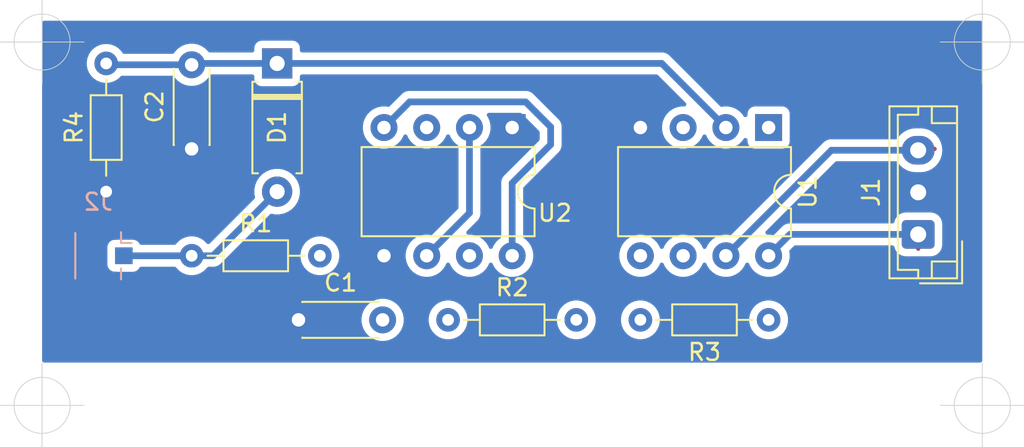
<source format=kicad_pcb>
(kicad_pcb (version 20171130) (host pcbnew "(5.1.5)-3")

  (general
    (thickness 1.6)
    (drawings 4)
    (tracks 23)
    (zones 0)
    (modules 11)
    (nets 10)
  )

  (page A4 portrait)
  (title_block
    (title "Bongo Soil Moisture Sensor")
    (rev 1.0)
    (company "Lapoulton (Pvt) Ltd")
  )

  (layers
    (0 F.Cu signal)
    (31 B.Cu signal)
    (33 F.Adhes user)
    (35 F.Paste user)
    (37 F.SilkS user)
    (38 B.Mask user)
    (39 F.Mask user)
    (40 Dwgs.User user)
    (41 Cmts.User user)
    (42 Eco1.User user)
    (43 Eco2.User user)
    (44 Edge.Cuts user)
    (45 Margin user)
    (46 B.CrtYd user)
    (47 F.CrtYd user)
    (49 F.Fab user)
  )

  (setup
    (last_trace_width 0.4)
    (trace_clearance 0.2)
    (zone_clearance 0.45)
    (zone_45_only no)
    (trace_min 0.2)
    (via_size 0.8)
    (via_drill 0.4)
    (via_min_size 0.4)
    (via_min_drill 0.3)
    (uvia_size 0.3)
    (uvia_drill 0.1)
    (uvias_allowed no)
    (uvia_min_size 0.2)
    (uvia_min_drill 0.1)
    (edge_width 0.05)
    (segment_width 0.2)
    (pcb_text_width 0.3)
    (pcb_text_size 1.5 1.5)
    (mod_edge_width 0.12)
    (mod_text_size 1 1)
    (mod_text_width 0.15)
    (pad_size 1.524 1.524)
    (pad_drill 0.762)
    (pad_to_mask_clearance 0.051)
    (solder_mask_min_width 0.25)
    (aux_axis_origin 36.83 55.88)
    (grid_origin 36.83 55.88)
    (visible_elements 7FFFFFFF)
    (pcbplotparams
      (layerselection 0x00000_fffffffe)
      (usegerberextensions false)
      (usegerberattributes false)
      (usegerberadvancedattributes false)
      (creategerberjobfile true)
      (excludeedgelayer true)
      (linewidth 0.100000)
      (plotframeref false)
      (viasonmask false)
      (mode 1)
      (useauxorigin true)
      (hpglpennumber 1)
      (hpglpenspeed 20)
      (hpglpendiameter 15.000000)
      (psnegative false)
      (psa4output false)
      (plotreference false)
      (plotvalue false)
      (plotinvisibletext false)
      (padsonsilk false)
      (subtractmaskfromsilk false)
      (outputformat 1)
      (mirror false)
      (drillshape 0)
      (scaleselection 1)
      (outputdirectory ""))
  )

  (net 0 "")
  (net 1 +3V3)
  (net 2 GND)
  (net 3 /1-Wire)
  (net 4 "Net-(U2-Pad2)")
  (net 5 "Net-(C1-Pad2)")
  (net 6 "Net-(R1-Pad2)")
  (net 7 "Net-(R2-Pad2)")
  (net 8 "Net-(D1-Pad2)")
  (net 9 /AOUT)

  (net_class Default "This is the default net class."
    (clearance 0.2)
    (trace_width 0.4)
    (via_dia 0.8)
    (via_drill 0.4)
    (uvia_dia 0.3)
    (uvia_drill 0.1)
    (add_net +3V3)
    (add_net /1-Wire)
    (add_net /AOUT)
    (add_net "Net-(C1-Pad2)")
    (add_net "Net-(D1-Pad2)")
    (add_net "Net-(R1-Pad2)")
    (add_net "Net-(R2-Pad2)")
    (add_net "Net-(U1-Pad1)")
    (add_net "Net-(U1-Pad3)")
    (add_net "Net-(U1-Pad5)")
    (add_net "Net-(U1-Pad6)")
    (add_net "Net-(U2-Pad2)")
  )

  (net_class Ground ""
    (clearance 0.2)
    (trace_width 0.4)
    (via_dia 0.8)
    (via_drill 0.4)
    (uvia_dia 0.3)
    (uvia_drill 0.1)
    (add_net GND)
  )

  (module Resistor_THT:R_Axial_DIN0204_L3.6mm_D1.6mm_P7.62mm_Horizontal (layer F.Cu) (tedit 5AE5139B) (tstamp 603267B6)
    (at 80.01 50.8 180)
    (descr "Resistor, Axial_DIN0204 series, Axial, Horizontal, pin pitch=7.62mm, 0.167W, length*diameter=3.6*1.6mm^2, http://cdn-reichelt.de/documents/datenblatt/B400/1_4W%23YAG.pdf")
    (tags "Resistor Axial_DIN0204 series Axial Horizontal pin pitch 7.62mm 0.167W length 3.6mm diameter 1.6mm")
    (path /5FED0FAB)
    (fp_text reference R3 (at 3.81 -1.92) (layer F.SilkS)
      (effects (font (size 1 1) (thickness 0.15)))
    )
    (fp_text value 330 (at 3.81 1.92) (layer F.Fab)
      (effects (font (size 1 1) (thickness 0.15)))
    )
    (fp_text user %R (at 3.81 0) (layer F.Fab)
      (effects (font (size 0.72 0.72) (thickness 0.108)))
    )
    (fp_line (start 8.57 -1.05) (end -0.95 -1.05) (layer F.CrtYd) (width 0.05))
    (fp_line (start 8.57 1.05) (end 8.57 -1.05) (layer F.CrtYd) (width 0.05))
    (fp_line (start -0.95 1.05) (end 8.57 1.05) (layer F.CrtYd) (width 0.05))
    (fp_line (start -0.95 -1.05) (end -0.95 1.05) (layer F.CrtYd) (width 0.05))
    (fp_line (start 6.68 0) (end 5.73 0) (layer F.SilkS) (width 0.12))
    (fp_line (start 0.94 0) (end 1.89 0) (layer F.SilkS) (width 0.12))
    (fp_line (start 5.73 -0.92) (end 1.89 -0.92) (layer F.SilkS) (width 0.12))
    (fp_line (start 5.73 0.92) (end 5.73 -0.92) (layer F.SilkS) (width 0.12))
    (fp_line (start 1.89 0.92) (end 5.73 0.92) (layer F.SilkS) (width 0.12))
    (fp_line (start 1.89 -0.92) (end 1.89 0.92) (layer F.SilkS) (width 0.12))
    (fp_line (start 7.62 0) (end 5.61 0) (layer F.Fab) (width 0.1))
    (fp_line (start 0 0) (end 2.01 0) (layer F.Fab) (width 0.1))
    (fp_line (start 5.61 -0.8) (end 2.01 -0.8) (layer F.Fab) (width 0.1))
    (fp_line (start 5.61 0.8) (end 5.61 -0.8) (layer F.Fab) (width 0.1))
    (fp_line (start 2.01 0.8) (end 5.61 0.8) (layer F.Fab) (width 0.1))
    (fp_line (start 2.01 -0.8) (end 2.01 0.8) (layer F.Fab) (width 0.1))
    (pad 2 thru_hole oval (at 7.62 0 180) (size 1.4 1.4) (drill 0.7) (layers *.Cu *.Mask)
      (net 7 "Net-(R2-Pad2)"))
    (pad 1 thru_hole circle (at 0 0 180) (size 1.4 1.4) (drill 0.7) (layers *.Cu *.Mask)
      (net 1 +3V3))
    (model ${KISYS3DMOD}/Resistor_THT.3dshapes/R_Axial_DIN0204_L3.6mm_D1.6mm_P7.62mm_Horizontal.wrl
      (at (xyz 0 0 0))
      (scale (xyz 1 1 1))
      (rotate (xyz 0 0 0))
    )
  )

  (module Resistor_THT:R_Axial_DIN0204_L3.6mm_D1.6mm_P7.62mm_Horizontal (layer F.Cu) (tedit 5AE5139B) (tstamp 6032672A)
    (at 60.96 50.8)
    (descr "Resistor, Axial_DIN0204 series, Axial, Horizontal, pin pitch=7.62mm, 0.167W, length*diameter=3.6*1.6mm^2, http://cdn-reichelt.de/documents/datenblatt/B400/1_4W%23YAG.pdf")
    (tags "Resistor Axial_DIN0204 series Axial Horizontal pin pitch 7.62mm 0.167W length 3.6mm diameter 1.6mm")
    (path /5FED1E82)
    (fp_text reference R2 (at 3.81 -1.92) (layer F.SilkS)
      (effects (font (size 1 1) (thickness 0.15)))
    )
    (fp_text value 1.6k (at 3.81 1.92) (layer F.Fab)
      (effects (font (size 1 1) (thickness 0.15)))
    )
    (fp_text user %R (at 3.81 0) (layer F.Fab)
      (effects (font (size 0.72 0.72) (thickness 0.108)))
    )
    (fp_line (start 8.57 -1.05) (end -0.95 -1.05) (layer F.CrtYd) (width 0.05))
    (fp_line (start 8.57 1.05) (end 8.57 -1.05) (layer F.CrtYd) (width 0.05))
    (fp_line (start -0.95 1.05) (end 8.57 1.05) (layer F.CrtYd) (width 0.05))
    (fp_line (start -0.95 -1.05) (end -0.95 1.05) (layer F.CrtYd) (width 0.05))
    (fp_line (start 6.68 0) (end 5.73 0) (layer F.SilkS) (width 0.12))
    (fp_line (start 0.94 0) (end 1.89 0) (layer F.SilkS) (width 0.12))
    (fp_line (start 5.73 -0.92) (end 1.89 -0.92) (layer F.SilkS) (width 0.12))
    (fp_line (start 5.73 0.92) (end 5.73 -0.92) (layer F.SilkS) (width 0.12))
    (fp_line (start 1.89 0.92) (end 5.73 0.92) (layer F.SilkS) (width 0.12))
    (fp_line (start 1.89 -0.92) (end 1.89 0.92) (layer F.SilkS) (width 0.12))
    (fp_line (start 7.62 0) (end 5.61 0) (layer F.Fab) (width 0.1))
    (fp_line (start 0 0) (end 2.01 0) (layer F.Fab) (width 0.1))
    (fp_line (start 5.61 -0.8) (end 2.01 -0.8) (layer F.Fab) (width 0.1))
    (fp_line (start 5.61 0.8) (end 5.61 -0.8) (layer F.Fab) (width 0.1))
    (fp_line (start 2.01 0.8) (end 5.61 0.8) (layer F.Fab) (width 0.1))
    (fp_line (start 2.01 -0.8) (end 2.01 0.8) (layer F.Fab) (width 0.1))
    (pad 2 thru_hole oval (at 7.62 0) (size 1.4 1.4) (drill 0.7) (layers *.Cu *.Mask)
      (net 7 "Net-(R2-Pad2)"))
    (pad 1 thru_hole circle (at 0 0) (size 1.4 1.4) (drill 0.7) (layers *.Cu *.Mask)
      (net 5 "Net-(C1-Pad2)"))
    (model ${KISYS3DMOD}/Resistor_THT.3dshapes/R_Axial_DIN0204_L3.6mm_D1.6mm_P7.62mm_Horizontal.wrl
      (at (xyz 0 0 0))
      (scale (xyz 1 1 1))
      (rotate (xyz 0 0 0))
    )
  )

  (module Resistor_THT:R_Axial_DIN0204_L3.6mm_D1.6mm_P7.62mm_Horizontal (layer F.Cu) (tedit 5AE5139B) (tstamp 603266B7)
    (at 45.72 46.99)
    (descr "Resistor, Axial_DIN0204 series, Axial, Horizontal, pin pitch=7.62mm, 0.167W, length*diameter=3.6*1.6mm^2, http://cdn-reichelt.de/documents/datenblatt/B400/1_4W%23YAG.pdf")
    (tags "Resistor Axial_DIN0204 series Axial Horizontal pin pitch 7.62mm 0.167W length 3.6mm diameter 1.6mm")
    (path /5FED2E2E)
    (fp_text reference R1 (at 3.81 -1.92) (layer F.SilkS)
      (effects (font (size 1 1) (thickness 0.15)))
    )
    (fp_text value 10k (at 3.81 1.92) (layer F.Fab)
      (effects (font (size 1 1) (thickness 0.15)))
    )
    (fp_text user %R (at 3.81 0) (layer F.Fab)
      (effects (font (size 0.72 0.72) (thickness 0.108)))
    )
    (fp_line (start 8.57 -1.05) (end -0.95 -1.05) (layer F.CrtYd) (width 0.05))
    (fp_line (start 8.57 1.05) (end 8.57 -1.05) (layer F.CrtYd) (width 0.05))
    (fp_line (start -0.95 1.05) (end 8.57 1.05) (layer F.CrtYd) (width 0.05))
    (fp_line (start -0.95 -1.05) (end -0.95 1.05) (layer F.CrtYd) (width 0.05))
    (fp_line (start 6.68 0) (end 5.73 0) (layer F.SilkS) (width 0.12))
    (fp_line (start 0.94 0) (end 1.89 0) (layer F.SilkS) (width 0.12))
    (fp_line (start 5.73 -0.92) (end 1.89 -0.92) (layer F.SilkS) (width 0.12))
    (fp_line (start 5.73 0.92) (end 5.73 -0.92) (layer F.SilkS) (width 0.12))
    (fp_line (start 1.89 0.92) (end 5.73 0.92) (layer F.SilkS) (width 0.12))
    (fp_line (start 1.89 -0.92) (end 1.89 0.92) (layer F.SilkS) (width 0.12))
    (fp_line (start 7.62 0) (end 5.61 0) (layer F.Fab) (width 0.1))
    (fp_line (start 0 0) (end 2.01 0) (layer F.Fab) (width 0.1))
    (fp_line (start 5.61 -0.8) (end 2.01 -0.8) (layer F.Fab) (width 0.1))
    (fp_line (start 5.61 0.8) (end 5.61 -0.8) (layer F.Fab) (width 0.1))
    (fp_line (start 2.01 0.8) (end 5.61 0.8) (layer F.Fab) (width 0.1))
    (fp_line (start 2.01 -0.8) (end 2.01 0.8) (layer F.Fab) (width 0.1))
    (pad 2 thru_hole oval (at 7.62 0) (size 1.4 1.4) (drill 0.7) (layers *.Cu *.Mask)
      (net 6 "Net-(R1-Pad2)"))
    (pad 1 thru_hole circle (at 0 0) (size 1.4 1.4) (drill 0.7) (layers *.Cu *.Mask)
      (net 8 "Net-(D1-Pad2)"))
    (model ${KISYS3DMOD}/Resistor_THT.3dshapes/R_Axial_DIN0204_L3.6mm_D1.6mm_P7.62mm_Horizontal.wrl
      (at (xyz 0 0 0))
      (scale (xyz 1 1 1))
      (rotate (xyz 0 0 0))
    )
  )

  (module Resistor_THT:R_Axial_DIN0204_L3.6mm_D1.6mm_P7.62mm_Horizontal (layer F.Cu) (tedit 5AE5139B) (tstamp 60054A1E)
    (at 40.64 43.18 90)
    (descr "Resistor, Axial_DIN0204 series, Axial, Horizontal, pin pitch=7.62mm, 0.167W, length*diameter=3.6*1.6mm^2, http://cdn-reichelt.de/documents/datenblatt/B400/1_4W%23YAG.pdf")
    (tags "Resistor Axial_DIN0204 series Axial Horizontal pin pitch 7.62mm 0.167W length 3.6mm diameter 1.6mm")
    (path /5FEDEBD3)
    (fp_text reference R4 (at 3.81 -1.92 90) (layer F.SilkS)
      (effects (font (size 1 1) (thickness 0.15)))
    )
    (fp_text value 1m (at 3.81 1.92 90) (layer F.Fab)
      (effects (font (size 1 1) (thickness 0.15)))
    )
    (fp_text user %R (at 3.81 0 90) (layer F.Fab)
      (effects (font (size 0.72 0.72) (thickness 0.108)))
    )
    (fp_line (start 8.57 -1.05) (end -0.95 -1.05) (layer F.CrtYd) (width 0.05))
    (fp_line (start 8.57 1.05) (end 8.57 -1.05) (layer F.CrtYd) (width 0.05))
    (fp_line (start -0.95 1.05) (end 8.57 1.05) (layer F.CrtYd) (width 0.05))
    (fp_line (start -0.95 -1.05) (end -0.95 1.05) (layer F.CrtYd) (width 0.05))
    (fp_line (start 6.68 0) (end 5.73 0) (layer F.SilkS) (width 0.12))
    (fp_line (start 0.94 0) (end 1.89 0) (layer F.SilkS) (width 0.12))
    (fp_line (start 5.73 -0.92) (end 1.89 -0.92) (layer F.SilkS) (width 0.12))
    (fp_line (start 5.73 0.92) (end 5.73 -0.92) (layer F.SilkS) (width 0.12))
    (fp_line (start 1.89 0.92) (end 5.73 0.92) (layer F.SilkS) (width 0.12))
    (fp_line (start 1.89 -0.92) (end 1.89 0.92) (layer F.SilkS) (width 0.12))
    (fp_line (start 7.62 0) (end 5.61 0) (layer F.Fab) (width 0.1))
    (fp_line (start 0 0) (end 2.01 0) (layer F.Fab) (width 0.1))
    (fp_line (start 5.61 -0.8) (end 2.01 -0.8) (layer F.Fab) (width 0.1))
    (fp_line (start 5.61 0.8) (end 5.61 -0.8) (layer F.Fab) (width 0.1))
    (fp_line (start 2.01 0.8) (end 5.61 0.8) (layer F.Fab) (width 0.1))
    (fp_line (start 2.01 -0.8) (end 2.01 0.8) (layer F.Fab) (width 0.1))
    (pad 2 thru_hole oval (at 7.62 0 90) (size 1.4 1.4) (drill 0.7) (layers *.Cu *.Mask)
      (net 9 /AOUT))
    (pad 1 thru_hole circle (at 0 0 90) (size 1.4 1.4) (drill 0.7) (layers *.Cu *.Mask)
      (net 2 GND))
    (model ${KISYS3DMOD}/Resistor_THT.3dshapes/R_Axial_DIN0204_L3.6mm_D1.6mm_P7.62mm_Horizontal.wrl
      (at (xyz 0 0 0))
      (scale (xyz 1 1 1))
      (rotate (xyz 0 0 0))
    )
  )

  (module Diode_THT:D_A-405_P7.62mm_Horizontal (layer F.Cu) (tedit 5AE50CD5) (tstamp 5FEBAC89)
    (at 50.8 35.56 270)
    (descr "Diode, A-405 series, Axial, Horizontal, pin pitch=7.62mm, , length*diameter=5.2*2.7mm^2, , http://www.diodes.com/_files/packages/A-405.pdf")
    (tags "Diode A-405 series Axial Horizontal pin pitch 7.62mm  length 5.2mm diameter 2.7mm")
    (path /5FED762B)
    (fp_text reference D1 (at 3.81 0 90) (layer F.SilkS)
      (effects (font (size 1 1) (thickness 0.15)))
    )
    (fp_text value D (at 3.81 2.47 90) (layer F.Fab)
      (effects (font (size 1 1) (thickness 0.15)))
    )
    (fp_text user K (at 0 -2.54 90) (layer F.Fab)
      (effects (font (size 1 1) (thickness 0.15)))
    )
    (fp_line (start 8.77 -1.6) (end -1.15 -1.6) (layer F.CrtYd) (width 0.05))
    (fp_line (start 8.77 1.6) (end 8.77 -1.6) (layer F.CrtYd) (width 0.05))
    (fp_line (start -1.15 1.6) (end 8.77 1.6) (layer F.CrtYd) (width 0.05))
    (fp_line (start -1.15 -1.6) (end -1.15 1.6) (layer F.CrtYd) (width 0.05))
    (fp_line (start 1.87 -1.47) (end 1.87 1.47) (layer F.SilkS) (width 0.12))
    (fp_line (start 2.11 -1.47) (end 2.11 1.47) (layer F.SilkS) (width 0.12))
    (fp_line (start 1.99 -1.47) (end 1.99 1.47) (layer F.SilkS) (width 0.12))
    (fp_line (start 6.53 1.47) (end 6.53 1.14) (layer F.SilkS) (width 0.12))
    (fp_line (start 1.09 1.47) (end 6.53 1.47) (layer F.SilkS) (width 0.12))
    (fp_line (start 1.09 1.14) (end 1.09 1.47) (layer F.SilkS) (width 0.12))
    (fp_line (start 6.53 -1.47) (end 6.53 -1.14) (layer F.SilkS) (width 0.12))
    (fp_line (start 1.09 -1.47) (end 6.53 -1.47) (layer F.SilkS) (width 0.12))
    (fp_line (start 1.09 -1.14) (end 1.09 -1.47) (layer F.SilkS) (width 0.12))
    (fp_line (start 1.89 -1.35) (end 1.89 1.35) (layer F.Fab) (width 0.1))
    (fp_line (start 2.09 -1.35) (end 2.09 1.35) (layer F.Fab) (width 0.1))
    (fp_line (start 1.99 -1.35) (end 1.99 1.35) (layer F.Fab) (width 0.1))
    (fp_line (start 7.62 0) (end 6.41 0) (layer F.Fab) (width 0.1))
    (fp_line (start 0 0) (end 1.21 0) (layer F.Fab) (width 0.1))
    (fp_line (start 6.41 -1.35) (end 1.21 -1.35) (layer F.Fab) (width 0.1))
    (fp_line (start 6.41 1.35) (end 6.41 -1.35) (layer F.Fab) (width 0.1))
    (fp_line (start 1.21 1.35) (end 6.41 1.35) (layer F.Fab) (width 0.1))
    (fp_line (start 1.21 -1.35) (end 1.21 1.35) (layer F.Fab) (width 0.1))
    (pad 2 thru_hole oval (at 7.62 0 270) (size 1.8 1.8) (drill 0.9) (layers *.Cu *.Mask)
      (net 8 "Net-(D1-Pad2)"))
    (pad 1 thru_hole rect (at 0 0 270) (size 1.8 1.8) (drill 0.9) (layers *.Cu *.Mask)
      (net 9 /AOUT))
    (model ${KISYS3DMOD}/Diode_THT.3dshapes/D_A-405_P7.62mm_Horizontal.wrl
      (at (xyz 0 0 0))
      (scale (xyz 1 1 1))
      (rotate (xyz 0 0 0))
    )
  )

  (module Capacitor_THT:C_Disc_D4.3mm_W1.9mm_P5.00mm (layer F.Cu) (tedit 5AE50EF0) (tstamp 60326974)
    (at 45.72 40.64 90)
    (descr "C, Disc series, Radial, pin pitch=5.00mm, , diameter*width=4.3*1.9mm^2, Capacitor, http://www.vishay.com/docs/45233/krseries.pdf")
    (tags "C Disc series Radial pin pitch 5.00mm  diameter 4.3mm width 1.9mm Capacitor")
    (path /5FEE0E3A)
    (fp_text reference C2 (at 2.5 -2.2 90) (layer F.SilkS)
      (effects (font (size 1 1) (thickness 0.15)))
    )
    (fp_text value 660p (at 2.5 2.2 90) (layer F.Fab)
      (effects (font (size 1 1) (thickness 0.15)))
    )
    (fp_line (start 6.05 -1.2) (end -1.05 -1.2) (layer F.CrtYd) (width 0.05))
    (fp_line (start 6.05 1.2) (end 6.05 -1.2) (layer F.CrtYd) (width 0.05))
    (fp_line (start -1.05 1.2) (end 6.05 1.2) (layer F.CrtYd) (width 0.05))
    (fp_line (start -1.05 -1.2) (end -1.05 1.2) (layer F.CrtYd) (width 0.05))
    (fp_line (start 4.77 1.055) (end 4.77 1.07) (layer F.SilkS) (width 0.12))
    (fp_line (start 4.77 -1.07) (end 4.77 -1.055) (layer F.SilkS) (width 0.12))
    (fp_line (start 0.23 1.055) (end 0.23 1.07) (layer F.SilkS) (width 0.12))
    (fp_line (start 0.23 -1.07) (end 0.23 -1.055) (layer F.SilkS) (width 0.12))
    (fp_line (start 0.23 1.07) (end 4.77 1.07) (layer F.SilkS) (width 0.12))
    (fp_line (start 0.23 -1.07) (end 4.77 -1.07) (layer F.SilkS) (width 0.12))
    (fp_line (start 4.65 -0.95) (end 0.35 -0.95) (layer F.Fab) (width 0.1))
    (fp_line (start 4.65 0.95) (end 4.65 -0.95) (layer F.Fab) (width 0.1))
    (fp_line (start 0.35 0.95) (end 4.65 0.95) (layer F.Fab) (width 0.1))
    (fp_line (start 0.35 -0.95) (end 0.35 0.95) (layer F.Fab) (width 0.1))
    (pad 2 thru_hole circle (at 5 0 90) (size 1.6 1.6) (drill 0.8) (layers *.Cu *.Mask)
      (net 9 /AOUT))
    (pad 1 thru_hole circle (at 0 0 90) (size 1.6 1.6) (drill 0.8) (layers *.Cu *.Mask)
      (net 2 GND))
    (model ${KISYS3DMOD}/Capacitor_THT.3dshapes/C_Disc_D4.3mm_W1.9mm_P5.00mm.wrl
      (at (xyz 0 0 0))
      (scale (xyz 1 1 1))
      (rotate (xyz 0 0 0))
    )
  )

  (module Capacitor_THT:C_Disc_D4.3mm_W1.9mm_P5.00mm (layer F.Cu) (tedit 5AE50EF0) (tstamp 60326829)
    (at 52.07 50.8)
    (descr "C, Disc series, Radial, pin pitch=5.00mm, , diameter*width=4.3*1.9mm^2, Capacitor, http://www.vishay.com/docs/45233/krseries.pdf")
    (tags "C Disc series Radial pin pitch 5.00mm  diameter 4.3mm width 1.9mm Capacitor")
    (path /5FED50FB)
    (fp_text reference C1 (at 2.5 -2.2) (layer F.SilkS)
      (effects (font (size 1 1) (thickness 0.15)))
    )
    (fp_text value 660p (at 2.5 2.2) (layer F.Fab)
      (effects (font (size 1 1) (thickness 0.15)))
    )
    (fp_line (start 0.35 -0.95) (end 0.35 0.95) (layer F.Fab) (width 0.1))
    (fp_line (start 0.35 0.95) (end 4.65 0.95) (layer F.Fab) (width 0.1))
    (fp_line (start 4.65 0.95) (end 4.65 -0.95) (layer F.Fab) (width 0.1))
    (fp_line (start 4.65 -0.95) (end 0.35 -0.95) (layer F.Fab) (width 0.1))
    (fp_line (start 0.23 -1.07) (end 4.77 -1.07) (layer F.SilkS) (width 0.12))
    (fp_line (start 0.23 1.07) (end 4.77 1.07) (layer F.SilkS) (width 0.12))
    (fp_line (start 0.23 -1.07) (end 0.23 -1.055) (layer F.SilkS) (width 0.12))
    (fp_line (start 0.23 1.055) (end 0.23 1.07) (layer F.SilkS) (width 0.12))
    (fp_line (start 4.77 -1.07) (end 4.77 -1.055) (layer F.SilkS) (width 0.12))
    (fp_line (start 4.77 1.055) (end 4.77 1.07) (layer F.SilkS) (width 0.12))
    (fp_line (start -1.05 -1.2) (end -1.05 1.2) (layer F.CrtYd) (width 0.05))
    (fp_line (start -1.05 1.2) (end 6.05 1.2) (layer F.CrtYd) (width 0.05))
    (fp_line (start 6.05 1.2) (end 6.05 -1.2) (layer F.CrtYd) (width 0.05))
    (fp_line (start 6.05 -1.2) (end -1.05 -1.2) (layer F.CrtYd) (width 0.05))
    (fp_text user %R (at 2.5 0) (layer F.Fab)
      (effects (font (size 0.86 0.86) (thickness 0.129)))
    )
    (pad 1 thru_hole circle (at 0 0) (size 1.6 1.6) (drill 0.8) (layers *.Cu *.Mask)
      (net 2 GND))
    (pad 2 thru_hole circle (at 5 0) (size 1.6 1.6) (drill 0.8) (layers *.Cu *.Mask)
      (net 5 "Net-(C1-Pad2)"))
    (model ${KISYS3DMOD}/Capacitor_THT.3dshapes/C_Disc_D4.3mm_W1.9mm_P5.00mm.wrl
      (at (xyz 0 0 0))
      (scale (xyz 1 1 1))
      (rotate (xyz 0 0 0))
    )
  )

  (module Connector_Coaxial:U.FL_Hirose_U.FL-R-SMT-1_Vertical (layer B.Cu) (tedit 5A1DBFC3) (tstamp 600548DF)
    (at 40.64 46.99 180)
    (descr "Hirose U.FL Coaxial https://www.hirose.com/product/en/products/U.FL/U.FL-R-SMT-1%2810%29/")
    (tags "Hirose U.FL Coaxial")
    (path /5FEE9D77)
    (attr smd)
    (fp_text reference J2 (at 0.475 3.2) (layer B.SilkS)
      (effects (font (size 1 1) (thickness 0.15)) (justify mirror))
    )
    (fp_text value Conn_Coaxial (at 0.475 -3.2) (layer B.Fab)
      (effects (font (size 1 1) (thickness 0.15)) (justify mirror))
    )
    (fp_line (start -1.32 1) (end -2.02 1) (layer B.CrtYd) (width 0.05))
    (fp_line (start -1.32 -1.8) (end -1.32 -1) (layer B.CrtYd) (width 0.05))
    (fp_line (start -1.32 1.8) (end -1.12 1.8) (layer B.CrtYd) (width 0.05))
    (fp_line (start -1.12 1.8) (end -1.12 2.5) (layer B.CrtYd) (width 0.05))
    (fp_line (start 2.08 2.5) (end -1.12 2.5) (layer B.CrtYd) (width 0.05))
    (fp_line (start -1.32 1) (end -1.32 1.8) (layer B.CrtYd) (width 0.05))
    (fp_line (start 2.08 1.8) (end 2.08 2.5) (layer B.CrtYd) (width 0.05))
    (fp_line (start 2.08 1.8) (end 2.28 1.8) (layer B.CrtYd) (width 0.05))
    (fp_line (start -0.885 1.4) (end -0.885 0.76) (layer B.SilkS) (width 0.12))
    (fp_line (start -0.425 -1.5) (end -0.425 -1.3) (layer B.Fab) (width 0.1))
    (fp_line (start -0.425 -1.3) (end -0.825 -1.3) (layer B.Fab) (width 0.1))
    (fp_line (start -0.825 -0.3) (end -0.825 -1.3) (layer B.Fab) (width 0.1))
    (fp_line (start -1.075 -0.3) (end -0.825 -0.3) (layer B.Fab) (width 0.1))
    (fp_line (start -1.075 -0.3) (end -1.075 0.15) (layer B.Fab) (width 0.1))
    (fp_line (start -0.925 0.3) (end -0.825 0.3) (layer B.Fab) (width 0.1))
    (fp_line (start -0.825 0.3) (end -0.825 1.3) (layer B.Fab) (width 0.1))
    (fp_line (start -0.425 1.5) (end -0.425 1.3) (layer B.Fab) (width 0.1))
    (fp_line (start -0.425 1.3) (end -0.825 1.3) (layer B.Fab) (width 0.1))
    (fp_line (start -0.425 -1.5) (end 1.375 -1.5) (layer B.Fab) (width 0.1))
    (fp_line (start 1.375 -1.5) (end 1.375 -1.3) (layer B.Fab) (width 0.1))
    (fp_line (start 1.775 -1.3) (end 1.375 -1.3) (layer B.Fab) (width 0.1))
    (fp_line (start 1.775 1.3) (end 1.775 -1.3) (layer B.Fab) (width 0.1))
    (fp_line (start -0.425 1.5) (end 1.375 1.5) (layer B.Fab) (width 0.1))
    (fp_line (start 1.375 1.5) (end 1.375 1.3) (layer B.Fab) (width 0.1))
    (fp_line (start 1.775 1.3) (end 1.375 1.3) (layer B.Fab) (width 0.1))
    (fp_line (start -0.925 0.3) (end -1.075 0.15) (layer B.Fab) (width 0.1))
    (fp_line (start -0.885 -1.4) (end -0.885 -0.76) (layer B.SilkS) (width 0.12))
    (fp_line (start -0.885 0.76) (end -1.515 0.76) (layer B.SilkS) (width 0.12))
    (fp_line (start 1.835 1.35) (end 1.835 -1.35) (layer B.SilkS) (width 0.12))
    (fp_line (start 2.08 -2.5) (end -1.12 -2.5) (layer B.CrtYd) (width 0.05))
    (fp_line (start -1.12 -2.5) (end -1.12 -1.8) (layer B.CrtYd) (width 0.05))
    (fp_line (start -1.32 -1.8) (end -1.12 -1.8) (layer B.CrtYd) (width 0.05))
    (fp_line (start 2.28 -1.8) (end 2.28 1.8) (layer B.CrtYd) (width 0.05))
    (fp_line (start 2.08 -2.5) (end 2.08 -1.8) (layer B.CrtYd) (width 0.05))
    (fp_line (start 2.08 -1.8) (end 2.28 -1.8) (layer B.CrtYd) (width 0.05))
    (fp_line (start -1.32 -1) (end -2.02 -1) (layer B.CrtYd) (width 0.05))
    (fp_line (start -2.02 -1) (end -2.02 1) (layer B.CrtYd) (width 0.05))
    (fp_text user %R (at 0.475 0 270) (layer B.Fab)
      (effects (font (size 0.6 0.6) (thickness 0.09)) (justify mirror))
    )
    (pad 2 smd rect (at 0.475 1.475 180) (size 2.2 1.05) (layers B.Cu B.Paste B.Mask)
      (net 2 GND))
    (pad 1 smd rect (at -1.05 0 180) (size 1.05 1) (layers B.Cu B.Paste B.Mask)
      (net 8 "Net-(D1-Pad2)"))
    (pad 2 smd rect (at 0.475 -1.475 180) (size 2.2 1.05) (layers B.Cu B.Paste B.Mask)
      (net 2 GND))
    (model ${KISYS3DMOD}/Connector_Coaxial.3dshapes/U.FL_Hirose_U.FL-R-SMT-1_Vertical.wrl
      (offset (xyz 0.4749999928262157 0 0))
      (scale (xyz 1 1 1))
      (rotate (xyz 0 0 0))
    )
  )

  (module Package_DIP:DIP-8_W7.62mm (layer F.Cu) (tedit 5A02E8C5) (tstamp 5FEB9C54)
    (at 80.01 39.37 270)
    (descr "8-lead though-hole mounted DIP package, row spacing 7.62 mm (300 mils)")
    (tags "THT DIP DIL PDIP 2.54mm 7.62mm 300mil")
    (path /5FEB4BA0)
    (fp_text reference U1 (at 3.81 -2.33 90) (layer F.SilkS)
      (effects (font (size 1 1) (thickness 0.15)))
    )
    (fp_text value ATtiny85-20PU (at 3.81 5.08 180) (layer F.Fab)
      (effects (font (size 1 1) (thickness 0.15)))
    )
    (fp_line (start 8.7 -1.55) (end -1.1 -1.55) (layer F.CrtYd) (width 0.05))
    (fp_line (start 8.7 9.15) (end 8.7 -1.55) (layer F.CrtYd) (width 0.05))
    (fp_line (start -1.1 9.15) (end 8.7 9.15) (layer F.CrtYd) (width 0.05))
    (fp_line (start -1.1 -1.55) (end -1.1 9.15) (layer F.CrtYd) (width 0.05))
    (fp_line (start 6.46 -1.33) (end 4.81 -1.33) (layer F.SilkS) (width 0.12))
    (fp_line (start 6.46 8.95) (end 6.46 -1.33) (layer F.SilkS) (width 0.12))
    (fp_line (start 1.16 8.95) (end 6.46 8.95) (layer F.SilkS) (width 0.12))
    (fp_line (start 1.16 -1.33) (end 1.16 8.95) (layer F.SilkS) (width 0.12))
    (fp_line (start 2.81 -1.33) (end 1.16 -1.33) (layer F.SilkS) (width 0.12))
    (fp_line (start 0.635 -0.27) (end 1.635 -1.27) (layer F.Fab) (width 0.1))
    (fp_line (start 0.635 8.89) (end 0.635 -0.27) (layer F.Fab) (width 0.1))
    (fp_line (start 6.985 8.89) (end 0.635 8.89) (layer F.Fab) (width 0.1))
    (fp_line (start 6.985 -1.27) (end 6.985 8.89) (layer F.Fab) (width 0.1))
    (fp_line (start 1.635 -1.27) (end 6.985 -1.27) (layer F.Fab) (width 0.1))
    (fp_arc (start 3.81 -1.33) (end 2.81 -1.33) (angle -180) (layer F.SilkS) (width 0.12))
    (pad 8 thru_hole oval (at 7.62 0 270) (size 1.6 1.6) (drill 0.8) (layers *.Cu *.Mask)
      (net 1 +3V3))
    (pad 4 thru_hole oval (at 0 7.62 270) (size 1.6 1.6) (drill 0.8) (layers *.Cu *.Mask)
      (net 2 GND))
    (pad 7 thru_hole oval (at 7.62 2.54 270) (size 1.6 1.6) (drill 0.8) (layers *.Cu *.Mask)
      (net 3 /1-Wire))
    (pad 3 thru_hole oval (at 0 5.08 270) (size 1.6 1.6) (drill 0.8) (layers *.Cu *.Mask))
    (pad 6 thru_hole oval (at 7.62 5.08 270) (size 1.6 1.6) (drill 0.8) (layers *.Cu *.Mask))
    (pad 2 thru_hole oval (at 0 2.54 270) (size 1.6 1.6) (drill 0.8) (layers *.Cu *.Mask)
      (net 9 /AOUT))
    (pad 5 thru_hole oval (at 7.62 7.62 270) (size 1.6 1.6) (drill 0.8) (layers *.Cu *.Mask))
    (pad 1 thru_hole rect (at 0 0 270) (size 1.6 1.6) (drill 0.8) (layers *.Cu *.Mask))
    (model ${KISYS3DMOD}/Package_DIP.3dshapes/DIP-8_W7.62mm.wrl
      (at (xyz 0 0 0))
      (scale (xyz 1 1 1))
      (rotate (xyz 0 0 0))
    )
  )

  (module Package_DIP:DIP-8_W7.62mm (layer F.Cu) (tedit 5A02E8C5) (tstamp 5FEB9FD8)
    (at 64.77 39.37 270)
    (descr "8-lead though-hole mounted DIP package, row spacing 7.62 mm (300 mils)")
    (tags "THT DIP DIL PDIP 2.54mm 7.62mm 300mil")
    (path /5FEB705B)
    (fp_text reference U2 (at 5.08 -2.54 180) (layer F.SilkS)
      (effects (font (size 1 1) (thickness 0.15)))
    )
    (fp_text value TLC555CP (at 10.16 5.08 180) (layer F.Fab)
      (effects (font (size 1 1) (thickness 0.15)))
    )
    (fp_line (start 8.7 -1.55) (end -1.1 -1.55) (layer F.CrtYd) (width 0.05))
    (fp_line (start 8.7 9.15) (end 8.7 -1.55) (layer F.CrtYd) (width 0.05))
    (fp_line (start -1.1 9.15) (end 8.7 9.15) (layer F.CrtYd) (width 0.05))
    (fp_line (start -1.1 -1.55) (end -1.1 9.15) (layer F.CrtYd) (width 0.05))
    (fp_line (start 6.46 -1.33) (end 4.81 -1.33) (layer F.SilkS) (width 0.12))
    (fp_line (start 6.46 8.95) (end 6.46 -1.33) (layer F.SilkS) (width 0.12))
    (fp_line (start 1.16 8.95) (end 6.46 8.95) (layer F.SilkS) (width 0.12))
    (fp_line (start 1.16 -1.33) (end 1.16 8.95) (layer F.SilkS) (width 0.12))
    (fp_line (start 2.81 -1.33) (end 1.16 -1.33) (layer F.SilkS) (width 0.12))
    (fp_line (start 0.635 -0.27) (end 1.635 -1.27) (layer F.Fab) (width 0.1))
    (fp_line (start 0.635 8.89) (end 0.635 -0.27) (layer F.Fab) (width 0.1))
    (fp_line (start 6.985 8.89) (end 0.635 8.89) (layer F.Fab) (width 0.1))
    (fp_line (start 6.985 -1.27) (end 6.985 8.89) (layer F.Fab) (width 0.1))
    (fp_line (start 1.635 -1.27) (end 6.985 -1.27) (layer F.Fab) (width 0.1))
    (fp_arc (start 3.81 -1.33) (end 2.81 -1.33) (angle -180) (layer F.SilkS) (width 0.12))
    (pad 8 thru_hole oval (at 7.62 0 270) (size 1.6 1.6) (drill 0.8) (layers *.Cu *.Mask)
      (net 1 +3V3))
    (pad 4 thru_hole oval (at 0 7.62 270) (size 1.6 1.6) (drill 0.8) (layers *.Cu *.Mask)
      (net 1 +3V3))
    (pad 7 thru_hole oval (at 7.62 2.54 270) (size 1.6 1.6) (drill 0.8) (layers *.Cu *.Mask)
      (net 7 "Net-(R2-Pad2)"))
    (pad 3 thru_hole oval (at 0 5.08 270) (size 1.6 1.6) (drill 0.8) (layers *.Cu *.Mask)
      (net 6 "Net-(R1-Pad2)"))
    (pad 6 thru_hole oval (at 7.62 5.08 270) (size 1.6 1.6) (drill 0.8) (layers *.Cu *.Mask)
      (net 4 "Net-(U2-Pad2)"))
    (pad 2 thru_hole oval (at 0 2.54 270) (size 1.6 1.6) (drill 0.8) (layers *.Cu *.Mask)
      (net 4 "Net-(U2-Pad2)"))
    (pad 5 thru_hole oval (at 7.62 7.62 270) (size 1.6 1.6) (drill 0.8) (layers *.Cu *.Mask)
      (net 2 GND))
    (pad 1 thru_hole rect (at 0 0 270) (size 1.6 1.6) (drill 0.8) (layers *.Cu *.Mask)
      (net 2 GND))
    (model ${KISYS3DMOD}/Package_DIP.3dshapes/DIP-8_W7.62mm.wrl
      (at (xyz 0 0 0))
      (scale (xyz 1 1 1))
      (rotate (xyz 0 0 0))
    )
  )

  (module Connector_JST:JST_EH_B3B-EH-A_1x03_P2.50mm_Vertical (layer F.Cu) (tedit 5C28142C) (tstamp 5FEBA14A)
    (at 88.9 45.72 90)
    (descr "JST EH series connector, B3B-EH-A (http://www.jst-mfg.com/product/pdf/eng/eEH.pdf), generated with kicad-footprint-generator")
    (tags "connector JST EH vertical")
    (path /5FEBB2A4)
    (fp_text reference J1 (at 2.5 -2.8 90) (layer F.SilkS)
      (effects (font (size 1 1) (thickness 0.15)))
    )
    (fp_text value Screw_Terminal_01x03 (at 2.54 -6.35 90) (layer F.Fab) hide
      (effects (font (size 1 1) (thickness 0.15)))
    )
    (fp_text user %R (at 2.5 1.5 90) (layer F.Fab)
      (effects (font (size 1 1) (thickness 0.15)))
    )
    (fp_line (start -2.91 2.61) (end -0.41 2.61) (layer F.Fab) (width 0.1))
    (fp_line (start -2.91 0.11) (end -2.91 2.61) (layer F.Fab) (width 0.1))
    (fp_line (start -2.91 2.61) (end -0.41 2.61) (layer F.SilkS) (width 0.12))
    (fp_line (start -2.91 0.11) (end -2.91 2.61) (layer F.SilkS) (width 0.12))
    (fp_line (start 6.61 0.81) (end 6.61 2.31) (layer F.SilkS) (width 0.12))
    (fp_line (start 7.61 0.81) (end 6.61 0.81) (layer F.SilkS) (width 0.12))
    (fp_line (start -1.61 0.81) (end -1.61 2.31) (layer F.SilkS) (width 0.12))
    (fp_line (start -2.61 0.81) (end -1.61 0.81) (layer F.SilkS) (width 0.12))
    (fp_line (start 7.11 0) (end 7.61 0) (layer F.SilkS) (width 0.12))
    (fp_line (start 7.11 -1.21) (end 7.11 0) (layer F.SilkS) (width 0.12))
    (fp_line (start -2.11 -1.21) (end 7.11 -1.21) (layer F.SilkS) (width 0.12))
    (fp_line (start -2.11 0) (end -2.11 -1.21) (layer F.SilkS) (width 0.12))
    (fp_line (start -2.61 0) (end -2.11 0) (layer F.SilkS) (width 0.12))
    (fp_line (start 7.61 -1.71) (end -2.61 -1.71) (layer F.SilkS) (width 0.12))
    (fp_line (start 7.61 2.31) (end 7.61 -1.71) (layer F.SilkS) (width 0.12))
    (fp_line (start -2.61 2.31) (end 7.61 2.31) (layer F.SilkS) (width 0.12))
    (fp_line (start -2.61 -1.71) (end -2.61 2.31) (layer F.SilkS) (width 0.12))
    (fp_line (start 8 -2.1) (end -3 -2.1) (layer F.CrtYd) (width 0.05))
    (fp_line (start 8 2.7) (end 8 -2.1) (layer F.CrtYd) (width 0.05))
    (fp_line (start -3 2.7) (end 8 2.7) (layer F.CrtYd) (width 0.05))
    (fp_line (start -3 -2.1) (end -3 2.7) (layer F.CrtYd) (width 0.05))
    (fp_line (start 7.5 -1.6) (end -2.5 -1.6) (layer F.Fab) (width 0.1))
    (fp_line (start 7.5 2.2) (end 7.5 -1.6) (layer F.Fab) (width 0.1))
    (fp_line (start -2.5 2.2) (end 7.5 2.2) (layer F.Fab) (width 0.1))
    (fp_line (start -2.5 -1.6) (end -2.5 2.2) (layer F.Fab) (width 0.1))
    (pad 3 thru_hole oval (at 5 0 90) (size 1.7 1.95) (drill 0.95) (layers *.Cu *.Mask)
      (net 3 /1-Wire))
    (pad 2 thru_hole oval (at 2.5 0 90) (size 1.7 1.95) (drill 0.95) (layers *.Cu *.Mask)
      (net 2 GND))
    (pad 1 thru_hole roundrect (at 0 0 90) (size 1.7 1.95) (drill 0.95) (layers *.Cu *.Mask) (roundrect_rratio 0.147059)
      (net 1 +3V3))
    (model ${KISYS3DMOD}/Connector_JST.3dshapes/JST_EH_B3B-EH-A_1x03_P2.50mm_Vertical.wrl
      (at (xyz 0 0 0))
      (scale (xyz 1 1 1))
      (rotate (xyz 0 0 0))
    )
  )

  (target plus (at 36.83 34.29) (size 5) (width 0.05) (layer Edge.Cuts))
  (target plus (at 36.83 55.88) (size 5) (width 0.05) (layer Edge.Cuts) (tstamp 60069FE7))
  (target plus (at 92.71 55.88) (size 5) (width 0.05) (layer Edge.Cuts) (tstamp 60069FE3))
  (target plus (at 92.71 34.29) (size 5) (width 0.05) (layer Edge.Cuts))

  (segment (start 88.9 45.72) (end 88.9 46.57) (width 0.25) (layer F.Cu) (net 1))
  (segment (start 81.28 45.72) (end 80.01 46.99) (width 0.4) (layer B.Cu) (net 1))
  (segment (start 88.9 45.72) (end 81.28 45.72) (width 0.4) (layer B.Cu) (net 1))
  (segment (start 64.77 46.99) (end 64.77 42.672) (width 0.4) (layer B.Cu) (net 1))
  (segment (start 64.77 42.672) (end 67.056 40.386) (width 0.4) (layer B.Cu) (net 1))
  (segment (start 67.056 40.386) (end 67.056 39.335998) (width 0.4) (layer B.Cu) (net 1))
  (segment (start 67.056 39.335998) (end 65.566002 37.846) (width 0.4) (layer B.Cu) (net 1))
  (segment (start 58.674 37.846) (end 57.15 39.37) (width 0.4) (layer B.Cu) (net 1))
  (segment (start 65.566002 37.846) (end 58.674 37.846) (width 0.4) (layer B.Cu) (net 1))
  (segment (start 89.875 40.64) (end 88.9 40.64) (width 0.25) (layer F.Cu) (net 3))
  (segment (start 83.74 40.72) (end 77.47 46.99) (width 0.4) (layer B.Cu) (net 3))
  (segment (start 88.9 40.72) (end 83.74 40.72) (width 0.4) (layer B.Cu) (net 3))
  (segment (start 62.23 44.45) (end 59.69 46.99) (width 0.4) (layer B.Cu) (net 4))
  (segment (start 62.23 39.37) (end 62.23 44.45) (width 0.4) (layer B.Cu) (net 4))
  (segment (start 46.99 46.99) (end 45.72 46.99) (width 0.4) (layer B.Cu) (net 8))
  (segment (start 50.8 43.18) (end 46.99 46.99) (width 0.4) (layer B.Cu) (net 8))
  (segment (start 45.72 46.99) (end 41.69 46.99) (width 0.4) (layer B.Cu) (net 8))
  (segment (start 45.72 35.64) (end 40.83 35.64) (width 0.4) (layer B.Cu) (net 9))
  (segment (start 50.8 35.56) (end 45.8 35.56) (width 0.4) (layer B.Cu) (net 9))
  (segment (start 77.47 39.37) (end 73.66 35.56) (width 0.4) (layer B.Cu) (net 9))
  (segment (start 73.66 35.56) (end 50.8 35.56) (width 0.4) (layer B.Cu) (net 9))
  (segment (start 40.83 35.64) (end 40.64 35.45) (width 0.4) (layer B.Cu) (net 9))
  (segment (start 45.8 35.56) (end 45.72 35.64) (width 0.4) (layer B.Cu) (net 9))

  (zone (net 2) (net_name GND) (layer B.Cu) (tstamp 600EC703) (hatch edge 0.508)
    (connect_pads yes (clearance 0.45))
    (min_thickness 0.254)
    (fill yes (arc_segments 32) (thermal_gap 0.508) (thermal_bridge_width 0.508))
    (polygon
      (pts
        (xy 92.71 33.02) (xy 36.83 33.02) (xy 36.83 53.34) (xy 92.71 53.34)
      )
    )
    (filled_polygon
      (pts
        (xy 92.583 53.213) (xy 36.957 53.213) (xy 36.957 50.664377) (xy 55.693 50.664377) (xy 55.693 50.935623)
        (xy 55.745917 51.201656) (xy 55.849718 51.452254) (xy 56.000414 51.677787) (xy 56.192213 51.869586) (xy 56.417746 52.020282)
        (xy 56.668344 52.124083) (xy 56.934377 52.177) (xy 57.205623 52.177) (xy 57.471656 52.124083) (xy 57.722254 52.020282)
        (xy 57.947787 51.869586) (xy 58.139586 51.677787) (xy 58.290282 51.452254) (xy 58.394083 51.201656) (xy 58.447 50.935623)
        (xy 58.447 50.674226) (xy 59.683 50.674226) (xy 59.683 50.925774) (xy 59.732074 51.172487) (xy 59.828337 51.404886)
        (xy 59.968089 51.61404) (xy 60.14596 51.791911) (xy 60.355114 51.931663) (xy 60.587513 52.027926) (xy 60.834226 52.077)
        (xy 61.085774 52.077) (xy 61.332487 52.027926) (xy 61.564886 51.931663) (xy 61.77404 51.791911) (xy 61.951911 51.61404)
        (xy 62.091663 51.404886) (xy 62.187926 51.172487) (xy 62.237 50.925774) (xy 62.237 50.674226) (xy 67.303 50.674226)
        (xy 67.303 50.925774) (xy 67.352074 51.172487) (xy 67.448337 51.404886) (xy 67.588089 51.61404) (xy 67.76596 51.791911)
        (xy 67.975114 51.931663) (xy 68.207513 52.027926) (xy 68.454226 52.077) (xy 68.705774 52.077) (xy 68.952487 52.027926)
        (xy 69.184886 51.931663) (xy 69.39404 51.791911) (xy 69.571911 51.61404) (xy 69.711663 51.404886) (xy 69.807926 51.172487)
        (xy 69.857 50.925774) (xy 69.857 50.674226) (xy 71.113 50.674226) (xy 71.113 50.925774) (xy 71.162074 51.172487)
        (xy 71.258337 51.404886) (xy 71.398089 51.61404) (xy 71.57596 51.791911) (xy 71.785114 51.931663) (xy 72.017513 52.027926)
        (xy 72.264226 52.077) (xy 72.515774 52.077) (xy 72.762487 52.027926) (xy 72.994886 51.931663) (xy 73.20404 51.791911)
        (xy 73.381911 51.61404) (xy 73.521663 51.404886) (xy 73.617926 51.172487) (xy 73.667 50.925774) (xy 73.667 50.674226)
        (xy 78.733 50.674226) (xy 78.733 50.925774) (xy 78.782074 51.172487) (xy 78.878337 51.404886) (xy 79.018089 51.61404)
        (xy 79.19596 51.791911) (xy 79.405114 51.931663) (xy 79.637513 52.027926) (xy 79.884226 52.077) (xy 80.135774 52.077)
        (xy 80.382487 52.027926) (xy 80.614886 51.931663) (xy 80.82404 51.791911) (xy 81.001911 51.61404) (xy 81.141663 51.404886)
        (xy 81.237926 51.172487) (xy 81.287 50.925774) (xy 81.287 50.674226) (xy 81.237926 50.427513) (xy 81.141663 50.195114)
        (xy 81.001911 49.98596) (xy 80.82404 49.808089) (xy 80.614886 49.668337) (xy 80.382487 49.572074) (xy 80.135774 49.523)
        (xy 79.884226 49.523) (xy 79.637513 49.572074) (xy 79.405114 49.668337) (xy 79.19596 49.808089) (xy 79.018089 49.98596)
        (xy 78.878337 50.195114) (xy 78.782074 50.427513) (xy 78.733 50.674226) (xy 73.667 50.674226) (xy 73.617926 50.427513)
        (xy 73.521663 50.195114) (xy 73.381911 49.98596) (xy 73.20404 49.808089) (xy 72.994886 49.668337) (xy 72.762487 49.572074)
        (xy 72.515774 49.523) (xy 72.264226 49.523) (xy 72.017513 49.572074) (xy 71.785114 49.668337) (xy 71.57596 49.808089)
        (xy 71.398089 49.98596) (xy 71.258337 50.195114) (xy 71.162074 50.427513) (xy 71.113 50.674226) (xy 69.857 50.674226)
        (xy 69.807926 50.427513) (xy 69.711663 50.195114) (xy 69.571911 49.98596) (xy 69.39404 49.808089) (xy 69.184886 49.668337)
        (xy 68.952487 49.572074) (xy 68.705774 49.523) (xy 68.454226 49.523) (xy 68.207513 49.572074) (xy 67.975114 49.668337)
        (xy 67.76596 49.808089) (xy 67.588089 49.98596) (xy 67.448337 50.195114) (xy 67.352074 50.427513) (xy 67.303 50.674226)
        (xy 62.237 50.674226) (xy 62.187926 50.427513) (xy 62.091663 50.195114) (xy 61.951911 49.98596) (xy 61.77404 49.808089)
        (xy 61.564886 49.668337) (xy 61.332487 49.572074) (xy 61.085774 49.523) (xy 60.834226 49.523) (xy 60.587513 49.572074)
        (xy 60.355114 49.668337) (xy 60.14596 49.808089) (xy 59.968089 49.98596) (xy 59.828337 50.195114) (xy 59.732074 50.427513)
        (xy 59.683 50.674226) (xy 58.447 50.674226) (xy 58.447 50.664377) (xy 58.394083 50.398344) (xy 58.290282 50.147746)
        (xy 58.139586 49.922213) (xy 57.947787 49.730414) (xy 57.722254 49.579718) (xy 57.471656 49.475917) (xy 57.205623 49.423)
        (xy 56.934377 49.423) (xy 56.668344 49.475917) (xy 56.417746 49.579718) (xy 56.192213 49.730414) (xy 56.000414 49.922213)
        (xy 55.849718 50.147746) (xy 55.745917 50.398344) (xy 55.693 50.664377) (xy 36.957 50.664377) (xy 36.957 46.49)
        (xy 40.585209 46.49) (xy 40.585209 47.49) (xy 40.59635 47.603112) (xy 40.629343 47.711876) (xy 40.682921 47.812115)
        (xy 40.755026 47.899974) (xy 40.842885 47.972079) (xy 40.943124 48.025657) (xy 41.051888 48.05865) (xy 41.165 48.069791)
        (xy 42.215 48.069791) (xy 42.328112 48.05865) (xy 42.436876 48.025657) (xy 42.537115 47.972079) (xy 42.624974 47.899974)
        (xy 42.697079 47.812115) (xy 42.721193 47.767) (xy 44.70334 47.767) (xy 44.728089 47.80404) (xy 44.90596 47.981911)
        (xy 45.115114 48.121663) (xy 45.347513 48.217926) (xy 45.594226 48.267) (xy 45.845774 48.267) (xy 46.092487 48.217926)
        (xy 46.324886 48.121663) (xy 46.53404 47.981911) (xy 46.711911 47.80404) (xy 46.73666 47.767) (xy 46.951837 47.767)
        (xy 46.99 47.770759) (xy 47.028163 47.767) (xy 47.028166 47.767) (xy 47.142319 47.755757) (xy 47.288784 47.711327)
        (xy 47.423766 47.639177) (xy 47.54208 47.54208) (xy 47.566413 47.51243) (xy 48.214617 46.864226) (xy 52.063 46.864226)
        (xy 52.063 47.115774) (xy 52.112074 47.362487) (xy 52.208337 47.594886) (xy 52.348089 47.80404) (xy 52.52596 47.981911)
        (xy 52.735114 48.121663) (xy 52.967513 48.217926) (xy 53.214226 48.267) (xy 53.465774 48.267) (xy 53.712487 48.217926)
        (xy 53.944886 48.121663) (xy 54.15404 47.981911) (xy 54.331911 47.80404) (xy 54.471663 47.594886) (xy 54.567926 47.362487)
        (xy 54.617 47.115774) (xy 54.617 46.864226) (xy 54.567926 46.617513) (xy 54.471663 46.385114) (xy 54.331911 46.17596)
        (xy 54.15404 45.998089) (xy 53.944886 45.858337) (xy 53.712487 45.762074) (xy 53.465774 45.713) (xy 53.214226 45.713)
        (xy 52.967513 45.762074) (xy 52.735114 45.858337) (xy 52.52596 45.998089) (xy 52.348089 46.17596) (xy 52.208337 46.385114)
        (xy 52.112074 46.617513) (xy 52.063 46.864226) (xy 48.214617 46.864226) (xy 50.460448 44.618395) (xy 50.654528 44.657)
        (xy 50.945472 44.657) (xy 51.230825 44.60024) (xy 51.499622 44.488901) (xy 51.741533 44.327261) (xy 51.947261 44.121533)
        (xy 52.108901 43.879622) (xy 52.22024 43.610825) (xy 52.277 43.325472) (xy 52.277 43.034528) (xy 52.22024 42.749175)
        (xy 52.108901 42.480378) (xy 51.947261 42.238467) (xy 51.741533 42.032739) (xy 51.499622 41.871099) (xy 51.230825 41.75976)
        (xy 50.945472 41.703) (xy 50.654528 41.703) (xy 50.369175 41.75976) (xy 50.100378 41.871099) (xy 49.858467 42.032739)
        (xy 49.652739 42.238467) (xy 49.491099 42.480378) (xy 49.37976 42.749175) (xy 49.323 43.034528) (xy 49.323 43.325472)
        (xy 49.361605 43.519552) (xy 46.708554 46.172603) (xy 46.53404 45.998089) (xy 46.324886 45.858337) (xy 46.092487 45.762074)
        (xy 45.845774 45.713) (xy 45.594226 45.713) (xy 45.347513 45.762074) (xy 45.115114 45.858337) (xy 44.90596 45.998089)
        (xy 44.728089 46.17596) (xy 44.70334 46.213) (xy 42.721193 46.213) (xy 42.697079 46.167885) (xy 42.624974 46.080026)
        (xy 42.537115 46.007921) (xy 42.436876 45.954343) (xy 42.328112 45.92135) (xy 42.215 45.910209) (xy 41.165 45.910209)
        (xy 41.051888 45.92135) (xy 40.943124 45.954343) (xy 40.842885 46.007921) (xy 40.755026 46.080026) (xy 40.682921 46.167885)
        (xy 40.629343 46.268124) (xy 40.59635 46.376888) (xy 40.585209 46.49) (xy 36.957 46.49) (xy 36.957 39.234377)
        (xy 55.773 39.234377) (xy 55.773 39.505623) (xy 55.825917 39.771656) (xy 55.929718 40.022254) (xy 56.080414 40.247787)
        (xy 56.272213 40.439586) (xy 56.497746 40.590282) (xy 56.748344 40.694083) (xy 57.014377 40.747) (xy 57.285623 40.747)
        (xy 57.551656 40.694083) (xy 57.802254 40.590282) (xy 58.027787 40.439586) (xy 58.219586 40.247787) (xy 58.370282 40.022254)
        (xy 58.42 39.902224) (xy 58.469718 40.022254) (xy 58.620414 40.247787) (xy 58.812213 40.439586) (xy 59.037746 40.590282)
        (xy 59.288344 40.694083) (xy 59.554377 40.747) (xy 59.825623 40.747) (xy 60.091656 40.694083) (xy 60.342254 40.590282)
        (xy 60.567787 40.439586) (xy 60.759586 40.247787) (xy 60.910282 40.022254) (xy 60.96 39.902224) (xy 61.009718 40.022254)
        (xy 61.160414 40.247787) (xy 61.352213 40.439586) (xy 61.453 40.50693) (xy 61.453001 44.128155) (xy 59.944509 45.636648)
        (xy 59.825623 45.613) (xy 59.554377 45.613) (xy 59.288344 45.665917) (xy 59.037746 45.769718) (xy 58.812213 45.920414)
        (xy 58.620414 46.112213) (xy 58.469718 46.337746) (xy 58.365917 46.588344) (xy 58.313 46.854377) (xy 58.313 47.125623)
        (xy 58.365917 47.391656) (xy 58.469718 47.642254) (xy 58.620414 47.867787) (xy 58.812213 48.059586) (xy 59.037746 48.210282)
        (xy 59.288344 48.314083) (xy 59.554377 48.367) (xy 59.825623 48.367) (xy 60.091656 48.314083) (xy 60.342254 48.210282)
        (xy 60.567787 48.059586) (xy 60.759586 47.867787) (xy 60.910282 47.642254) (xy 60.96 47.522224) (xy 61.009718 47.642254)
        (xy 61.160414 47.867787) (xy 61.352213 48.059586) (xy 61.577746 48.210282) (xy 61.828344 48.314083) (xy 62.094377 48.367)
        (xy 62.365623 48.367) (xy 62.631656 48.314083) (xy 62.882254 48.210282) (xy 63.107787 48.059586) (xy 63.299586 47.867787)
        (xy 63.450282 47.642254) (xy 63.5 47.522224) (xy 63.549718 47.642254) (xy 63.700414 47.867787) (xy 63.892213 48.059586)
        (xy 64.117746 48.210282) (xy 64.368344 48.314083) (xy 64.634377 48.367) (xy 64.905623 48.367) (xy 65.171656 48.314083)
        (xy 65.422254 48.210282) (xy 65.647787 48.059586) (xy 65.839586 47.867787) (xy 65.990282 47.642254) (xy 66.094083 47.391656)
        (xy 66.147 47.125623) (xy 66.147 46.854377) (xy 71.013 46.854377) (xy 71.013 47.125623) (xy 71.065917 47.391656)
        (xy 71.169718 47.642254) (xy 71.320414 47.867787) (xy 71.512213 48.059586) (xy 71.737746 48.210282) (xy 71.988344 48.314083)
        (xy 72.254377 48.367) (xy 72.525623 48.367) (xy 72.791656 48.314083) (xy 73.042254 48.210282) (xy 73.267787 48.059586)
        (xy 73.459586 47.867787) (xy 73.610282 47.642254) (xy 73.66 47.522224) (xy 73.709718 47.642254) (xy 73.860414 47.867787)
        (xy 74.052213 48.059586) (xy 74.277746 48.210282) (xy 74.528344 48.314083) (xy 74.794377 48.367) (xy 75.065623 48.367)
        (xy 75.331656 48.314083) (xy 75.582254 48.210282) (xy 75.807787 48.059586) (xy 75.999586 47.867787) (xy 76.150282 47.642254)
        (xy 76.2 47.522224) (xy 76.249718 47.642254) (xy 76.400414 47.867787) (xy 76.592213 48.059586) (xy 76.817746 48.210282)
        (xy 77.068344 48.314083) (xy 77.334377 48.367) (xy 77.605623 48.367) (xy 77.871656 48.314083) (xy 78.122254 48.210282)
        (xy 78.347787 48.059586) (xy 78.539586 47.867787) (xy 78.690282 47.642254) (xy 78.74 47.522224) (xy 78.789718 47.642254)
        (xy 78.940414 47.867787) (xy 79.132213 48.059586) (xy 79.357746 48.210282) (xy 79.608344 48.314083) (xy 79.874377 48.367)
        (xy 80.145623 48.367) (xy 80.411656 48.314083) (xy 80.662254 48.210282) (xy 80.887787 48.059586) (xy 81.079586 47.867787)
        (xy 81.230282 47.642254) (xy 81.334083 47.391656) (xy 81.387 47.125623) (xy 81.387 46.854377) (xy 81.363352 46.735491)
        (xy 81.601844 46.497) (xy 87.365738 46.497) (xy 87.408373 46.637547) (xy 87.485054 46.781007) (xy 87.588249 46.906751)
        (xy 87.713993 47.009946) (xy 87.857453 47.086627) (xy 88.013116 47.133847) (xy 88.175 47.149791) (xy 89.625 47.149791)
        (xy 89.786884 47.133847) (xy 89.942547 47.086627) (xy 90.086007 47.009946) (xy 90.211751 46.906751) (xy 90.314946 46.781007)
        (xy 90.391627 46.637547) (xy 90.438847 46.481884) (xy 90.454791 46.32) (xy 90.454791 45.12) (xy 90.438847 44.958116)
        (xy 90.391627 44.802453) (xy 90.314946 44.658993) (xy 90.211751 44.533249) (xy 90.086007 44.430054) (xy 89.942547 44.353373)
        (xy 89.786884 44.306153) (xy 89.625 44.290209) (xy 88.175 44.290209) (xy 88.013116 44.306153) (xy 87.857453 44.353373)
        (xy 87.713993 44.430054) (xy 87.588249 44.533249) (xy 87.485054 44.658993) (xy 87.408373 44.802453) (xy 87.365738 44.943)
        (xy 81.318155 44.943) (xy 81.279999 44.939242) (xy 81.241843 44.943) (xy 81.241834 44.943) (xy 81.127681 44.954243)
        (xy 80.981216 44.998673) (xy 80.846233 45.070823) (xy 80.811684 45.099177) (xy 80.72792 45.16792) (xy 80.703592 45.197564)
        (xy 80.264509 45.636648) (xy 80.145623 45.613) (xy 79.945843 45.613) (xy 84.061844 41.497) (xy 87.572257 41.497)
        (xy 87.582752 41.516634) (xy 87.761077 41.733923) (xy 87.978366 41.912248) (xy 88.226269 42.044755) (xy 88.495259 42.126352)
        (xy 88.704902 42.147) (xy 89.095098 42.147) (xy 89.304741 42.126352) (xy 89.573731 42.044755) (xy 89.821634 41.912248)
        (xy 90.038923 41.733923) (xy 90.217248 41.516634) (xy 90.349755 41.268731) (xy 90.431352 40.999741) (xy 90.458904 40.72)
        (xy 90.431352 40.440259) (xy 90.349755 40.171269) (xy 90.217248 39.923366) (xy 90.038923 39.706077) (xy 89.821634 39.527752)
        (xy 89.573731 39.395245) (xy 89.304741 39.313648) (xy 89.095098 39.293) (xy 88.704902 39.293) (xy 88.495259 39.313648)
        (xy 88.226269 39.395245) (xy 87.978366 39.527752) (xy 87.761077 39.706077) (xy 87.582752 39.923366) (xy 87.572257 39.943)
        (xy 83.778155 39.943) (xy 83.739999 39.939242) (xy 83.701843 39.943) (xy 83.701834 39.943) (xy 83.587681 39.954243)
        (xy 83.441216 39.998673) (xy 83.306233 40.070823) (xy 83.250264 40.116756) (xy 83.18792 40.16792) (xy 83.163592 40.197564)
        (xy 77.724509 45.636648) (xy 77.605623 45.613) (xy 77.334377 45.613) (xy 77.068344 45.665917) (xy 76.817746 45.769718)
        (xy 76.592213 45.920414) (xy 76.400414 46.112213) (xy 76.249718 46.337746) (xy 76.2 46.457776) (xy 76.150282 46.337746)
        (xy 75.999586 46.112213) (xy 75.807787 45.920414) (xy 75.582254 45.769718) (xy 75.331656 45.665917) (xy 75.065623 45.613)
        (xy 74.794377 45.613) (xy 74.528344 45.665917) (xy 74.277746 45.769718) (xy 74.052213 45.920414) (xy 73.860414 46.112213)
        (xy 73.709718 46.337746) (xy 73.66 46.457776) (xy 73.610282 46.337746) (xy 73.459586 46.112213) (xy 73.267787 45.920414)
        (xy 73.042254 45.769718) (xy 72.791656 45.665917) (xy 72.525623 45.613) (xy 72.254377 45.613) (xy 71.988344 45.665917)
        (xy 71.737746 45.769718) (xy 71.512213 45.920414) (xy 71.320414 46.112213) (xy 71.169718 46.337746) (xy 71.065917 46.588344)
        (xy 71.013 46.854377) (xy 66.147 46.854377) (xy 66.094083 46.588344) (xy 65.990282 46.337746) (xy 65.839586 46.112213)
        (xy 65.647787 45.920414) (xy 65.547 45.85307) (xy 65.547 42.993843) (xy 67.578437 40.962407) (xy 67.60808 40.93808)
        (xy 67.632409 40.908435) (xy 67.705177 40.819767) (xy 67.777327 40.684784) (xy 67.787248 40.652079) (xy 67.821757 40.538319)
        (xy 67.833 40.424166) (xy 67.833 40.424157) (xy 67.836758 40.386001) (xy 67.833 40.347845) (xy 67.833 39.374153)
        (xy 67.836758 39.335997) (xy 67.833 39.297841) (xy 67.833 39.297832) (xy 67.821757 39.183679) (xy 67.777327 39.037214)
        (xy 67.740515 38.968344) (xy 67.705177 38.902231) (xy 67.632409 38.813563) (xy 67.632408 38.813562) (xy 67.60808 38.783918)
        (xy 67.578436 38.75959) (xy 66.142414 37.323569) (xy 66.118082 37.29392) (xy 65.999768 37.196823) (xy 65.864786 37.124673)
        (xy 65.718321 37.080243) (xy 65.604168 37.069) (xy 65.604165 37.069) (xy 65.566002 37.065241) (xy 65.527839 37.069)
        (xy 58.712155 37.069) (xy 58.673999 37.065242) (xy 58.635843 37.069) (xy 58.635834 37.069) (xy 58.521681 37.080243)
        (xy 58.375216 37.124673) (xy 58.240233 37.196823) (xy 58.151565 37.269591) (xy 58.12192 37.29392) (xy 58.097592 37.323564)
        (xy 57.404509 38.016648) (xy 57.285623 37.993) (xy 57.014377 37.993) (xy 56.748344 38.045917) (xy 56.497746 38.149718)
        (xy 56.272213 38.300414) (xy 56.080414 38.492213) (xy 55.929718 38.717746) (xy 55.825917 38.968344) (xy 55.773 39.234377)
        (xy 36.957 39.234377) (xy 36.957 35.434226) (xy 39.363 35.434226) (xy 39.363 35.685774) (xy 39.412074 35.932487)
        (xy 39.508337 36.164886) (xy 39.648089 36.37404) (xy 39.82596 36.551911) (xy 40.035114 36.691663) (xy 40.267513 36.787926)
        (xy 40.514226 36.837) (xy 40.765774 36.837) (xy 41.012487 36.787926) (xy 41.244886 36.691663) (xy 41.45404 36.551911)
        (xy 41.588951 36.417) (xy 44.58307 36.417) (xy 44.650414 36.517787) (xy 44.842213 36.709586) (xy 45.067746 36.860282)
        (xy 45.318344 36.964083) (xy 45.584377 37.017) (xy 45.855623 37.017) (xy 46.121656 36.964083) (xy 46.372254 36.860282)
        (xy 46.597787 36.709586) (xy 46.789586 36.517787) (xy 46.910384 36.337) (xy 49.320209 36.337) (xy 49.320209 36.46)
        (xy 49.33135 36.573112) (xy 49.364343 36.681876) (xy 49.417921 36.782115) (xy 49.490026 36.869974) (xy 49.577885 36.942079)
        (xy 49.678124 36.995657) (xy 49.786888 37.02865) (xy 49.9 37.039791) (xy 51.7 37.039791) (xy 51.813112 37.02865)
        (xy 51.921876 36.995657) (xy 52.022115 36.942079) (xy 52.109974 36.869974) (xy 52.182079 36.782115) (xy 52.235657 36.681876)
        (xy 52.26865 36.573112) (xy 52.279791 36.46) (xy 52.279791 36.337) (xy 73.338157 36.337) (xy 74.994157 37.993)
        (xy 74.794377 37.993) (xy 74.528344 38.045917) (xy 74.277746 38.149718) (xy 74.052213 38.300414) (xy 73.860414 38.492213)
        (xy 73.709718 38.717746) (xy 73.605917 38.968344) (xy 73.553 39.234377) (xy 73.553 39.505623) (xy 73.605917 39.771656)
        (xy 73.709718 40.022254) (xy 73.860414 40.247787) (xy 74.052213 40.439586) (xy 74.277746 40.590282) (xy 74.528344 40.694083)
        (xy 74.794377 40.747) (xy 75.065623 40.747) (xy 75.331656 40.694083) (xy 75.582254 40.590282) (xy 75.807787 40.439586)
        (xy 75.999586 40.247787) (xy 76.150282 40.022254) (xy 76.2 39.902224) (xy 76.249718 40.022254) (xy 76.400414 40.247787)
        (xy 76.592213 40.439586) (xy 76.817746 40.590282) (xy 77.068344 40.694083) (xy 77.334377 40.747) (xy 77.605623 40.747)
        (xy 77.871656 40.694083) (xy 78.122254 40.590282) (xy 78.347787 40.439586) (xy 78.539586 40.247787) (xy 78.630209 40.11216)
        (xy 78.630209 40.17) (xy 78.64135 40.283112) (xy 78.674343 40.391876) (xy 78.727921 40.492115) (xy 78.800026 40.579974)
        (xy 78.887885 40.652079) (xy 78.988124 40.705657) (xy 79.096888 40.73865) (xy 79.21 40.749791) (xy 80.81 40.749791)
        (xy 80.923112 40.73865) (xy 81.031876 40.705657) (xy 81.132115 40.652079) (xy 81.219974 40.579974) (xy 81.292079 40.492115)
        (xy 81.345657 40.391876) (xy 81.37865 40.283112) (xy 81.389791 40.17) (xy 81.389791 38.57) (xy 81.37865 38.456888)
        (xy 81.345657 38.348124) (xy 81.292079 38.247885) (xy 81.219974 38.160026) (xy 81.132115 38.087921) (xy 81.031876 38.034343)
        (xy 80.923112 38.00135) (xy 80.81 37.990209) (xy 79.21 37.990209) (xy 79.096888 38.00135) (xy 78.988124 38.034343)
        (xy 78.887885 38.087921) (xy 78.800026 38.160026) (xy 78.727921 38.247885) (xy 78.674343 38.348124) (xy 78.64135 38.456888)
        (xy 78.630209 38.57) (xy 78.630209 38.62784) (xy 78.539586 38.492213) (xy 78.347787 38.300414) (xy 78.122254 38.149718)
        (xy 77.871656 38.045917) (xy 77.605623 37.993) (xy 77.334377 37.993) (xy 77.215491 38.016648) (xy 74.236413 35.03757)
        (xy 74.21208 35.00792) (xy 74.093766 34.910823) (xy 73.958784 34.838673) (xy 73.812319 34.794243) (xy 73.698166 34.783)
        (xy 73.698163 34.783) (xy 73.66 34.779241) (xy 73.621837 34.783) (xy 52.279791 34.783) (xy 52.279791 34.66)
        (xy 52.26865 34.546888) (xy 52.235657 34.438124) (xy 52.182079 34.337885) (xy 52.109974 34.250026) (xy 52.022115 34.177921)
        (xy 51.921876 34.124343) (xy 51.813112 34.09135) (xy 51.7 34.080209) (xy 49.9 34.080209) (xy 49.786888 34.09135)
        (xy 49.678124 34.124343) (xy 49.577885 34.177921) (xy 49.490026 34.250026) (xy 49.417921 34.337885) (xy 49.364343 34.438124)
        (xy 49.33135 34.546888) (xy 49.320209 34.66) (xy 49.320209 34.783) (xy 46.803475 34.783) (xy 46.789586 34.762213)
        (xy 46.597787 34.570414) (xy 46.372254 34.419718) (xy 46.121656 34.315917) (xy 45.855623 34.263) (xy 45.584377 34.263)
        (xy 45.318344 34.315917) (xy 45.067746 34.419718) (xy 44.842213 34.570414) (xy 44.650414 34.762213) (xy 44.58307 34.863)
        (xy 41.710114 34.863) (xy 41.631911 34.74596) (xy 41.45404 34.568089) (xy 41.244886 34.428337) (xy 41.012487 34.332074)
        (xy 40.765774 34.283) (xy 40.514226 34.283) (xy 40.267513 34.332074) (xy 40.035114 34.428337) (xy 39.82596 34.568089)
        (xy 39.648089 34.74596) (xy 39.508337 34.955114) (xy 39.412074 35.187513) (xy 39.363 35.434226) (xy 36.957 35.434226)
        (xy 36.957 33.147) (xy 92.583 33.147)
      )
    )
    (filled_polygon
      (pts
        (xy 66.279001 39.657843) (xy 66.279 40.064156) (xy 64.247565 42.095592) (xy 64.217921 42.11992) (xy 64.193593 42.149564)
        (xy 64.193591 42.149566) (xy 64.120823 42.238234) (xy 64.048673 42.373217) (xy 64.004244 42.519682) (xy 63.989241 42.672)
        (xy 63.993001 42.710173) (xy 63.993 45.85307) (xy 63.892213 45.920414) (xy 63.700414 46.112213) (xy 63.549718 46.337746)
        (xy 63.5 46.457776) (xy 63.450282 46.337746) (xy 63.299586 46.112213) (xy 63.107787 45.920414) (xy 62.882254 45.769718)
        (xy 62.631656 45.665917) (xy 62.365623 45.613) (xy 62.165844 45.613) (xy 62.752436 45.026408) (xy 62.78208 45.00208)
        (xy 62.821338 44.954244) (xy 62.879177 44.883767) (xy 62.951327 44.748784) (xy 62.995757 44.602319) (xy 63.007 44.488166)
        (xy 63.007 44.488157) (xy 63.010758 44.450001) (xy 63.007 44.411845) (xy 63.007 40.50693) (xy 63.107787 40.439586)
        (xy 63.299586 40.247787) (xy 63.450282 40.022254) (xy 63.554083 39.771656) (xy 63.607 39.505623) (xy 63.607 39.234377)
        (xy 63.554083 38.968344) (xy 63.450282 38.717746) (xy 63.386975 38.623) (xy 65.244159 38.623)
      )
    )
  )
)

</source>
